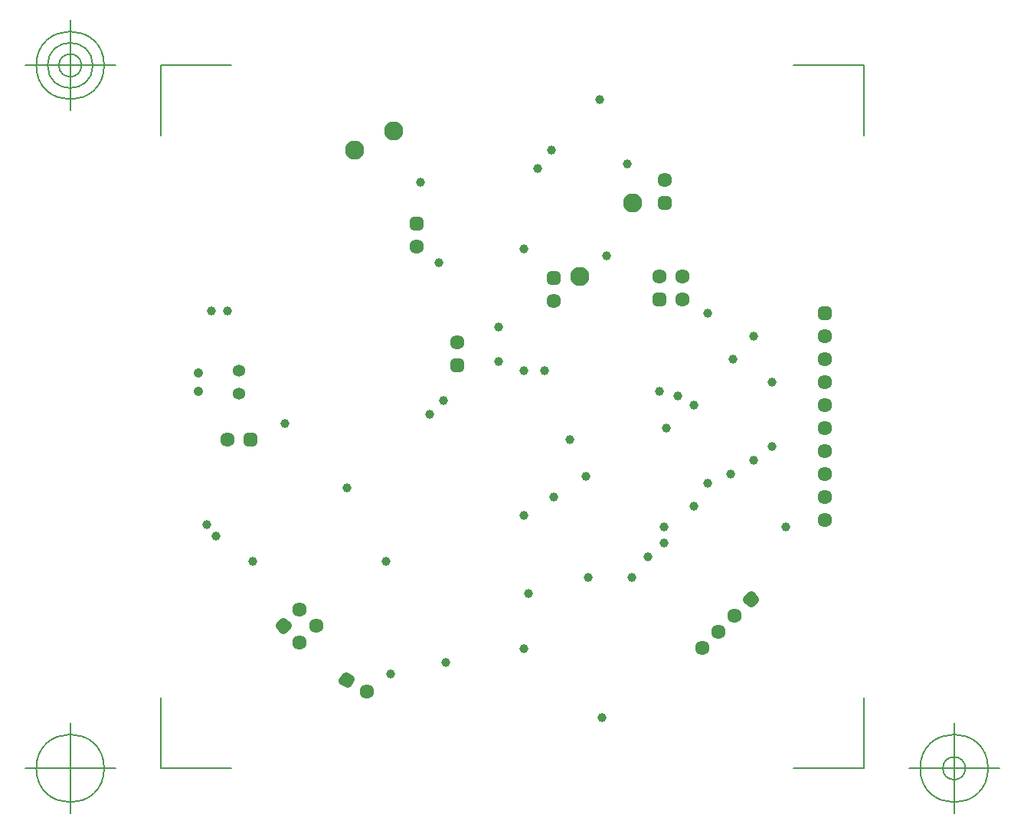
<source format=gbr>
G04 Generated by Ultiboard 13.0 *
%FSLAX25Y25*%
%MOIN*%

%ADD10C,0.00001*%
%ADD11C,0.00500*%
%ADD12C,0.03937*%
%ADD13C,0.06334*%
%ADD14P,0.02945X4*%
%ADD15C,0.03917*%
%ADD16P,0.02945X4X15*%
%ADD17C,0.08334*%
%ADD18R,0.02083X0.02083*%
%ADD19C,0.04156*%
%ADD20C,0.05337*%


G04 ColorRGB 9900CC for the following layer *
%LNSolder Mask Bottom*%
%LPD*%
G54D10*
G54D11*
X193024Y-203976D02*
X193024Y-173381D01*
X193024Y-203976D02*
X223619Y-203976D01*
X498976Y-203976D02*
X468381Y-203976D01*
X498976Y-203976D02*
X498976Y-173381D01*
X498976Y101976D02*
X498976Y71381D01*
X498976Y101976D02*
X468381Y101976D01*
X193024Y101976D02*
X223619Y101976D01*
X193024Y101976D02*
X193024Y71381D01*
X173339Y-203976D02*
X133969Y-203976D01*
X153654Y-223661D02*
X153654Y-184291D01*
X138890Y-203976D02*
G75*
D01*
G02X138890Y-203976I14764J0*
G01*
X518661Y-203976D02*
X558031Y-203976D01*
X538346Y-223661D02*
X538346Y-184291D01*
X523582Y-203976D02*
G75*
D01*
G02X523582Y-203976I14764J0*
G01*
X533425Y-203976D02*
G75*
D01*
G02X533425Y-203976I4921J0*
G01*
X173339Y101976D02*
X133969Y101976D01*
X153654Y82291D02*
X153654Y121661D01*
X138890Y101976D02*
G75*
D01*
G02X138890Y101976I14764J0*
G01*
X143811Y101976D02*
G75*
D01*
G02X143811Y101976I9843J0*
G01*
X148733Y101976D02*
G75*
D01*
G02X148733Y101976I4921J0*
G01*
G54D12*
X431000Y-80000D03*
X431000Y-6000D03*
X442000Y-26000D03*
X233000Y-114000D03*
X385000Y-182000D03*
X441000Y-75969D03*
X306000Y51000D03*
X314000Y16000D03*
X351000Y22000D03*
X451000Y-70000D03*
X451000Y-16000D03*
X465000Y-99000D03*
X459000Y-64000D03*
X459000Y-36000D03*
X425000Y-90000D03*
X425000Y-46000D03*
X418000Y-42000D03*
X410000Y-40000D03*
X317000Y-158000D03*
X351000Y-152000D03*
X310000Y-50000D03*
X293000Y-163000D03*
X396000Y59000D03*
X387000Y19000D03*
X357000Y57000D03*
X384000Y87000D03*
X363000Y65000D03*
X340031Y-12000D03*
X215000Y-5000D03*
X222000Y-5000D03*
X247000Y-54000D03*
X340000Y-27000D03*
X274000Y-82000D03*
X379000Y-121000D03*
X316000Y-44000D03*
X412000Y-106000D03*
X412000Y-99000D03*
X353000Y-128000D03*
X413000Y-56000D03*
X371000Y-61000D03*
X398000Y-121000D03*
X351000Y-31000D03*
X291000Y-114000D03*
X364000Y-86000D03*
X217000Y-103000D03*
X213000Y-98000D03*
X351000Y-94000D03*
X378000Y-77000D03*
X405000Y-112000D03*
X360000Y-31000D03*
G54D13*
X253571Y-134929D03*
X260642Y-142000D03*
X253571Y-149071D03*
X282660Y-170500D03*
X410000Y10000D03*
X420000Y0D03*
X420000Y10000D03*
X304500Y23000D03*
X428787Y-151713D03*
X442929Y-137571D03*
X435858Y-144642D03*
X364000Y-500D03*
X222000Y-61000D03*
X412500Y52000D03*
X482000Y-86000D03*
X482000Y-16000D03*
X482000Y-26000D03*
X482000Y-66000D03*
X482000Y-36000D03*
X482000Y-46000D03*
X482000Y-56000D03*
X482000Y-96000D03*
X482000Y-76000D03*
X322000Y-18500D03*
G54D14*
X246500Y-142000D03*
X450000Y-130500D03*
G54D15*
X245027Y-142000D02*
X246500Y-143473D01*
X247973Y-142000D01*
X246500Y-140527D01*
X245027Y-142000D01*D02*
X272577Y-165881D02*
X274381Y-166923D01*
X275423Y-165119D01*
X273619Y-164077D01*
X272577Y-165881D01*D02*
X408959Y-1041D02*
X411041Y-1041D01*
X411041Y1041D01*
X408959Y1041D01*
X408959Y-1041D01*D02*
X303459Y31959D02*
X305541Y31959D01*
X305541Y34041D01*
X303459Y34041D01*
X303459Y31959D01*D02*
X450000Y-129027D02*
X448527Y-130500D01*
X450000Y-131973D01*
X451473Y-130500D01*
X450000Y-129027D01*D02*
X362959Y8459D02*
X365041Y8459D01*
X365041Y10541D01*
X362959Y10541D01*
X362959Y8459D01*D02*
X230959Y-62041D02*
X233041Y-62041D01*
X233041Y-59959D01*
X230959Y-59959D01*
X230959Y-62041D01*D02*
X411459Y40959D02*
X413541Y40959D01*
X413541Y43041D01*
X411459Y43041D01*
X411459Y40959D01*D02*
X480959Y-7041D02*
X483041Y-7041D01*
X483041Y-4959D01*
X480959Y-4959D01*
X480959Y-7041D01*D02*
X320959Y-29541D02*
X323041Y-29541D01*
X323041Y-27459D01*
X320959Y-27459D01*
X320959Y-29541D01*D02*
G54D16*
X274000Y-165500D03*
G54D17*
X375500Y10000D03*
X294500Y73500D03*
X398500Y42000D03*
X277500Y65000D03*
G54D18*
X410000Y0D03*
X304500Y33000D03*
X364000Y9500D03*
X232000Y-61000D03*
X412500Y42000D03*
X482000Y-6000D03*
X322000Y-28500D03*
G54D19*
X209551Y-32012D03*
X209551Y-39886D03*
G54D20*
X227051Y-40949D03*
X227051Y-30949D03*

M02*

</source>
